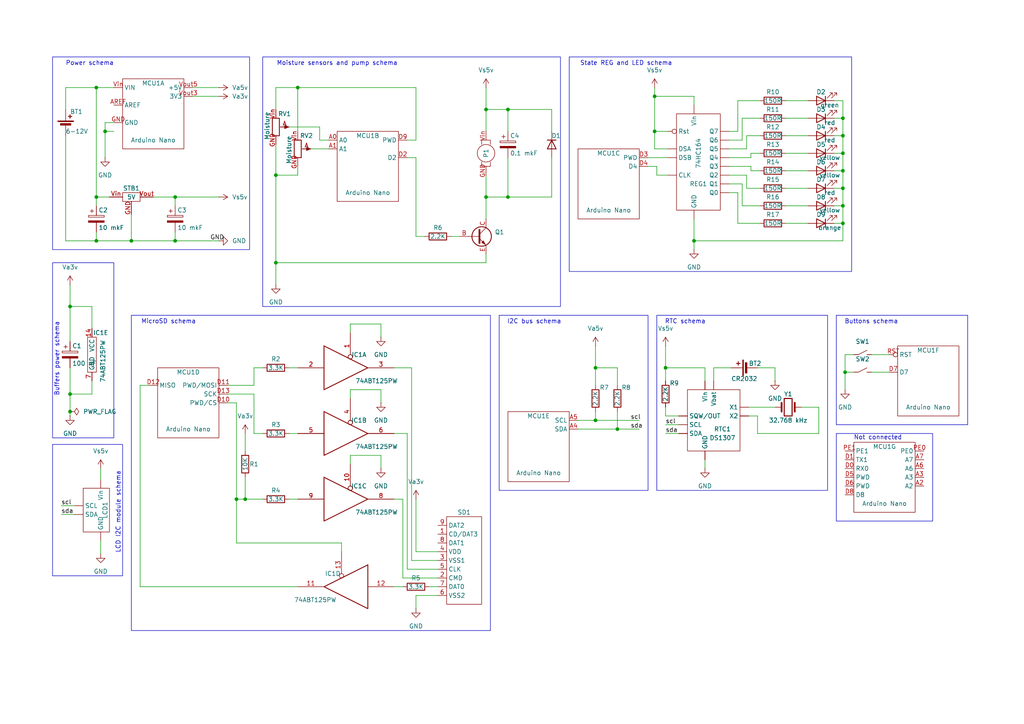
<source format=kicad_sch>
(kicad_sch (version 20250114) (generator "eeschema") (generator_version "9.0")
  (paper "A4")
  (title_block (title "AutoWater") (date "2026-01-17") (rev "0") (comment 2 "VlasovAnton"))
  (rectangle (start 165.1 16.51) (end 247.015 78.74))
  (rectangle (start 15.24 16.51) (end 72.39 72.39))
  (rectangle (start 144.78 91.44) (end 187.96 142.24))
  (rectangle (start 190.5 91.44) (end 240.03 142.24))
  (rectangle (start 76.2 16.51) (end 162.56 88.9))
  (rectangle (start 38.1 91.44) (end 142.24 182.88))
  (rectangle (start 242.57 125.73) (end 270.51 151.13))
  (rectangle (start 15.24 76.2) (end 33.02 127))
  (rectangle (start 15.24 128.905) (end 35.56 167.005))
  (rectangle (start 242.57 91.44) (end 280.67 123.19))
  (text "Power schema" (at 26.035 18.415 0) (effects (font (size 1.27 1.27))))
  (text "Buffers power schema" (at 16.51 104.14 90) (effects (font (size 1.27 1.27))))
  (text "Buttons schema" (at 252.73 93.345 0) (effects (font (size 1.27 1.27))))
  (text "RTC schema" (at 198.755 93.345 0) (effects (font (size 1.27 1.27))))
  (text "Moisture sensors and pump schema" (at 97.79 18.415 0) (effects (font (size 1.27 1.27))))
  (text "MicroSD schema" (at 48.895 93.345 0) (effects (font (size 1.27 1.27))))
  (text "State REG and LED schema" (at 181.61 18.415 0) (effects (font (size 1.27 1.27))))
  (text "LCD I2C module schema" (at 34.29 148.59 90) (effects (font (size 1.27 1.27))))
  (text "I2C bus schema" (at 154.94 93.345 0) (effects (font (size 1.27 1.27))))
  (text "Not connected" (at 254.635 127 0) (effects (font (size 1.27 1.27))))
  (junction (at 147.32 31.75))
  (junction (at 86.36 25.4))
  (junction (at 27.94 25.4))
  (junction (at 20.32 88.9))
  (junction (at 50.8 57.15))
  (junction (at 147.32 57.15))
  (junction (at 244.475 59.69))
  (junction (at 27.94 69.85))
  (junction (at 245.11 107.95))
  (junction (at 189.865 38.1))
  (junction (at 80.01 76.2))
  (junction (at 244.475 49.53))
  (junction (at 244.475 34.29))
  (junction (at 179.07 124.46))
  (junction (at 71.12 144.78))
  (junction (at 172.72 106.68))
  (junction (at 172.72 121.92))
  (junction (at 50.8 69.85))
  (junction (at 140.97 57.15))
  (junction (at 244.475 44.45))
  (junction (at 244.475 54.61))
  (junction (at 244.475 64.77))
  (junction (at 38.1 69.85))
  (junction (at 244.475 39.37))
  (junction (at 189.865 27.94))
  (junction (at 201.295 69.85))
  (junction (at 193.04 106.68))
  (junction (at 20.32 119.38))
  (junction (at 68.58 144.78))
  (junction (at 80.01 50.8))
  (junction (at 27.94 57.15))
  (junction (at 20.32 114.3))
  (junction (at 30.48 38.1))
  (junction (at 140.97 31.75))
  (wire (pts (xy 215.265 34.29) (xy 220.345 34.29)))
  (wire (pts (xy 68.58 157.48) (xy 68.58 144.78)))
  (wire (pts (xy 193.04 118.11) (xy 193.04 120.65)))
  (wire (pts (xy 252.73 102.87) (xy 257.81 102.87)))
  (wire (pts (xy 211.455 53.34) (xy 215.265 53.34)))
  (wire (pts (xy 29.21 135.89) (xy 29.21 139.065)))
  (wire (pts (xy 83.82 125.73) (xy 86.36 125.73)))
  (wire (pts (xy 33.02 35.56) (xy 30.48 35.56)))
  (wire (pts (xy 244.475 29.21) (xy 244.475 34.29)))
  (wire (pts (xy 118.11 125.73) (xy 118.11 165.1)))
  (wire (pts (xy 80.01 76.2) (xy 80.01 82.55)))
  (wire (pts (xy 227.965 39.37) (xy 234.315 39.37)))
  (wire (pts (xy 213.995 55.88) (xy 213.995 64.77)))
  (wire (pts (xy 244.475 59.69) (xy 244.475 64.77)))
  (wire (pts (xy 83.82 144.78) (xy 86.36 144.78)))
  (wire (pts (xy 245.11 107.95) (xy 247.65 107.95)))
  (wire (pts (xy 114.3 106.68) (xy 119.38 106.68)))
  (wire (pts (xy 20.32 119.38) (xy 20.32 120.65)))
  (wire (pts (xy 116.84 167.64) (xy 127 167.64)))
  (wire (pts (xy 114.3 144.78) (xy 116.84 144.78)))
  (wire (pts (xy 27.94 69.85) (xy 38.1 69.85)))
  (wire (pts (xy 119.38 162.56) (xy 127 162.56)))
  (wire (pts (xy 29.21 156.845) (xy 29.21 160.655)))
  (wire (pts (xy 227.965 54.61) (xy 234.315 54.61)))
  (wire (pts (xy 140.97 73.66) (xy 140.97 76.2)))
  (wire (pts (xy 160.02 38.1) (xy 160.02 31.75)))
  (wire (pts (xy 241.935 54.61) (xy 244.475 54.61)))
  (wire (pts (xy 227.965 59.69) (xy 234.315 59.69)))
  (wire (pts (xy 73.66 114.3) (xy 73.66 125.73)))
  (wire (pts (xy 213.995 64.77) (xy 220.345 64.77)))
  (wire (pts (xy 193.04 100.33) (xy 193.04 106.68)))
  (wire (pts (xy 227.965 64.77) (xy 234.315 64.77)))
  (wire (pts (xy 68.58 144.78) (xy 71.12 144.78)))
  (wire (pts (xy 19.05 69.85) (xy 27.94 69.85)))
  (wire (pts (xy 172.72 119.38) (xy 172.72 121.92)))
  (wire (pts (xy 160.02 45.72) (xy 160.02 57.15)))
  (wire (pts (xy 83.82 106.68) (xy 86.36 106.68)))
  (wire (pts (xy 71.12 138.43) (xy 71.12 144.78)))
  (wire (pts (xy 66.04 114.3) (xy 73.66 114.3)))
  (wire (pts (xy 213.995 38.1) (xy 211.455 38.1)))
  (wire (pts (xy 190.5 50.8) (xy 193.675 50.8)))
  (wire (pts (xy 50.8 57.15) (xy 63.5 57.15)))
  (wire (pts (xy 66.04 116.84) (xy 68.58 116.84)))
  (wire (pts (xy 189.865 38.1) (xy 189.865 43.18)))
  (wire (pts (xy 127 172.72) (xy 120.65 172.72)))
  (wire (pts (xy 26.67 88.9) (xy 20.32 88.9)))
  (wire (pts (xy 227.965 29.21) (xy 234.315 29.21)))
  (wire (pts (xy 20.32 82.55) (xy 20.32 88.9)))
  (wire (pts (xy 80.01 25.4) (xy 86.36 25.4)))
  (wire (pts (xy 99.06 160.02) (xy 99.06 157.48)))
  (wire (pts (xy 201.295 72.39) (xy 201.295 69.85)))
  (wire (pts (xy 237.49 125.73) (xy 237.49 118.11)))
  (wire (pts (xy 172.72 100.33) (xy 172.72 106.68)))
  (wire (pts (xy 110.49 93.98) (xy 110.49 97.79)))
  (wire (pts (xy 73.66 125.73) (xy 76.2 125.73)))
  (wire (pts (xy 147.32 31.75) (xy 160.02 31.75)))
  (wire (pts (xy 26.67 110.49) (xy 26.67 114.3)))
  (wire (pts (xy 216.535 50.8) (xy 216.535 54.61)))
  (wire (pts (xy 120.65 25.4) (xy 86.36 25.4)))
  (wire (pts (xy 201.295 69.85) (xy 244.475 69.85)))
  (wire (pts (xy 27.94 25.4) (xy 33.02 25.4)))
  (wire (pts (xy 30.48 38.1) (xy 33.02 38.1)))
  (wire (pts (xy 147.32 45.72) (xy 147.32 57.15)))
  (wire (pts (xy 118.11 45.72) (xy 120.65 45.72)))
  (wire (pts (xy 124.46 170.18) (xy 127 170.18)))
  (wire (pts (xy 211.455 55.88) (xy 213.995 55.88)))
  (wire (pts (xy 27.94 67.31) (xy 27.94 69.85)))
  (wire (pts (xy 50.8 69.85) (xy 63.5 69.85)))
  (wire (pts (xy 179.07 124.46) (xy 185.42 124.46)))
  (wire (pts (xy 252.73 107.95) (xy 257.81 107.95)))
  (wire (pts (xy 19.05 25.4) (xy 27.94 25.4)))
  (wire (pts (xy 211.455 40.64) (xy 215.265 40.64)))
  (wire (pts (xy 193.04 106.68) (xy 193.04 110.49)))
  (wire (pts (xy 119.38 106.68) (xy 119.38 162.56)))
  (wire (pts (xy 114.3 125.73) (xy 118.11 125.73)))
  (wire (pts (xy 120.65 172.72) (xy 120.65 176.53)))
  (wire (pts (xy 118.11 165.1) (xy 127 165.1)))
  (wire (pts (xy 189.865 25.4) (xy 189.865 27.94)))
  (wire (pts (xy 179.07 106.68) (xy 179.07 111.76)))
  (wire (pts (xy 30.48 38.1) (xy 30.48 45.72)))
  (wire (pts (xy 193.04 125.73) (xy 196.85 125.73)))
  (wire (pts (xy 147.32 57.15) (xy 160.02 57.15)))
  (wire (pts (xy 116.84 144.78) (xy 116.84 167.64)))
  (wire (pts (xy 193.04 123.19) (xy 196.85 123.19)))
  (wire (pts (xy 50.8 57.15) (xy 50.8 59.69)))
  (wire (pts (xy 26.67 95.25) (xy 26.67 88.9)))
  (wire (pts (xy 232.41 118.11) (xy 237.49 118.11)))
  (wire (pts (xy 244.475 64.77) (xy 244.475 69.85)))
  (wire (pts (xy 204.47 110.49) (xy 204.47 106.68)))
  (wire (pts (xy 172.72 121.92) (xy 185.42 121.92)))
  (wire (pts (xy 27.94 57.15) (xy 27.94 59.69)))
  (wire (pts (xy 147.32 38.1) (xy 147.32 31.75)))
  (wire (pts (xy 241.935 49.53) (xy 244.475 49.53)))
  (wire (pts (xy 140.97 50.8) (xy 140.97 57.15)))
  (wire (pts (xy 216.535 54.61) (xy 220.345 54.61)))
  (wire (pts (xy 55.88 25.4) (xy 63.5 25.4)))
  (wire (pts (xy 211.455 48.26) (xy 217.805 48.26)))
  (wire (pts (xy 90.17 43.18) (xy 95.25 43.18)))
  (wire (pts (xy 217.805 44.45) (xy 217.805 45.72)))
  (wire (pts (xy 189.865 27.94) (xy 189.865 38.1)))
  (wire (pts (xy 211.455 50.8) (xy 216.535 50.8)))
  (wire (pts (xy 55.88 27.94) (xy 63.5 27.94)))
  (wire (pts (xy 241.935 64.77) (xy 244.475 64.77)))
  (wire (pts (xy 73.66 111.76) (xy 73.66 106.68)))
  (wire (pts (xy 27.94 25.4) (xy 27.94 57.15)))
  (wire (pts (xy 204.47 106.68) (xy 193.04 106.68)))
  (wire (pts (xy 212.09 106.68) (xy 207.01 106.68)))
  (wire (pts (xy 120.65 45.72) (xy 120.65 68.58)))
  (wire (pts (xy 140.97 57.15) (xy 140.97 63.5)))
  (wire (pts (xy 179.07 119.38) (xy 179.07 124.46)))
  (wire (pts (xy 80.01 25.4) (xy 80.01 31.75)))
  (wire (pts (xy 110.49 132.08) (xy 110.49 135.89)))
  (wire (pts (xy 140.97 31.75) (xy 140.97 38.1)))
  (wire (pts (xy 172.72 111.76) (xy 172.72 106.68)))
  (wire (pts (xy 215.265 59.69) (xy 220.345 59.69)))
  (wire (pts (xy 227.965 49.53) (xy 234.315 49.53)))
  (wire (pts (xy 86.36 48.26) (xy 86.36 50.8)))
  (wire (pts (xy 120.65 40.64) (xy 120.65 25.4)))
  (wire (pts (xy 215.265 53.34) (xy 215.265 59.69)))
  (wire (pts (xy 120.65 144.78) (xy 120.65 160.02)))
  (wire (pts (xy 31.75 57.15) (xy 27.94 57.15)))
  (wire (pts (xy 120.65 68.58) (xy 123.19 68.58)))
  (wire (pts (xy 207.01 106.68) (xy 207.01 110.49)))
  (wire (pts (xy 44.45 57.15) (xy 50.8 57.15)))
  (wire (pts (xy 245.11 102.87) (xy 245.11 107.95)))
  (wire (pts (xy 101.6 96.52) (xy 101.6 93.98)))
  (wire (pts (xy 187.96 48.26) (xy 190.5 48.26)))
  (wire (pts (xy 241.935 29.21) (xy 244.475 29.21)))
  (wire (pts (xy 110.49 113.03) (xy 110.49 116.84)))
  (wire (pts (xy 217.805 48.26) (xy 217.805 49.53)))
  (wire (pts (xy 20.32 106.68) (xy 20.32 114.3)))
  (wire (pts (xy 241.935 34.29) (xy 244.475 34.29)))
  (wire (pts (xy 73.66 106.68) (xy 76.2 106.68)))
  (wire (pts (xy 217.17 120.65) (xy 219.71 120.65)))
  (wire (pts (xy 66.04 111.76) (xy 73.66 111.76)))
  (wire (pts (xy 172.72 106.68) (xy 179.07 106.68)))
  (wire (pts (xy 30.48 35.56) (xy 30.48 38.1)))
  (wire (pts (xy 193.675 43.18) (xy 189.865 43.18)))
  (wire (pts (xy 38.1 69.85) (xy 50.8 69.85)))
  (wire (pts (xy 71.12 144.78) (xy 76.2 144.78)))
  (wire (pts (xy 101.6 115.57) (xy 101.6 113.03)))
  (wire (pts (xy 187.96 45.72) (xy 193.675 45.72)))
  (wire (pts (xy 80.01 41.91) (xy 80.01 50.8)))
  (wire (pts (xy 86.36 25.4) (xy 86.36 38.1)))
  (wire (pts (xy 196.85 120.65) (xy 193.04 120.65)))
  (wire (pts (xy 189.865 27.94) (xy 201.295 27.94)))
  (wire (pts (xy 224.79 106.68) (xy 224.79 110.49)))
  (wire (pts (xy 101.6 132.08) (xy 110.49 132.08)))
  (wire (pts (xy 80.01 76.2) (xy 140.97 76.2)))
  (wire (pts (xy 190.5 48.26) (xy 190.5 50.8)))
  (wire (pts (xy 118.11 40.64) (xy 120.65 40.64)))
  (wire (pts (xy 201.295 27.94) (xy 201.295 30.48)))
  (wire (pts (xy 68.58 116.84) (xy 68.58 144.78)))
  (wire (pts (xy 130.81 68.58) (xy 133.35 68.58)))
  (wire (pts (xy 38.1 62.23) (xy 38.1 69.85)))
  (wire (pts (xy 213.995 38.1) (xy 213.995 29.21)))
  (wire (pts (xy 244.475 54.61) (xy 244.475 59.69)))
  (wire (pts (xy 40.64 111.76) (xy 40.64 170.18)))
  (wire (pts (xy 92.71 36.83) (xy 92.71 40.64)))
  (wire (pts (xy 80.01 50.8) (xy 80.01 76.2)))
  (wire (pts (xy 50.8 67.31) (xy 50.8 69.85)))
  (wire (pts (xy 71.12 125.73) (xy 71.12 130.81)))
  (wire (pts (xy 217.805 44.45) (xy 220.345 44.45)))
  (wire (pts (xy 19.05 25.4) (xy 19.05 31.75)))
  (wire (pts (xy 43.18 111.76) (xy 40.64 111.76)))
  (wire (pts (xy 127 160.02) (xy 120.65 160.02)))
  (wire (pts (xy 216.535 39.37) (xy 220.345 39.37)))
  (wire (pts (xy 227.965 44.45) (xy 234.315 44.45)))
  (wire (pts (xy 217.805 49.53) (xy 220.345 49.53)))
  (wire (pts (xy 167.64 121.92) (xy 172.72 121.92)))
  (wire (pts (xy 219.71 106.68) (xy 224.79 106.68)))
  (wire (pts (xy 99.06 157.48) (xy 68.58 157.48)))
  (wire (pts (xy 244.475 44.45) (xy 244.475 49.53)))
  (wire (pts (xy 17.78 149.225) (xy 21.59 149.225)))
  (wire (pts (xy 19.05 39.37) (xy 19.05 69.85)))
  (wire (pts (xy 247.65 102.87) (xy 245.11 102.87)))
  (wire (pts (xy 244.475 39.37) (xy 244.475 44.45)))
  (wire (pts (xy 216.535 39.37) (xy 216.535 43.18)))
  (wire (pts (xy 211.455 45.72) (xy 217.805 45.72)))
  (wire (pts (xy 241.935 59.69) (xy 244.475 59.69)))
  (wire (pts (xy 193.675 38.1) (xy 189.865 38.1)))
  (wire (pts (xy 227.965 34.29) (xy 234.315 34.29)))
  (wire (pts (xy 244.475 34.29) (xy 244.475 39.37)))
  (wire (pts (xy 101.6 113.03) (xy 110.49 113.03)))
  (wire (pts (xy 147.32 57.15) (xy 140.97 57.15)))
  (wire (pts (xy 40.64 170.18) (xy 86.36 170.18)))
  (wire (pts (xy 101.6 134.62) (xy 101.6 132.08)))
  (wire (pts (xy 140.97 31.75) (xy 147.32 31.75)))
  (wire (pts (xy 80.01 50.8) (xy 86.36 50.8)))
  (wire (pts (xy 114.3 170.18) (xy 116.84 170.18)))
  (wire (pts (xy 241.935 44.45) (xy 244.475 44.45)))
  (wire (pts (xy 20.32 114.3) (xy 26.67 114.3)))
  (wire (pts (xy 219.71 120.65) (xy 219.71 125.73)))
  (wire (pts (xy 219.71 125.73) (xy 237.49 125.73)))
  (wire (pts (xy 167.64 124.46) (xy 179.07 124.46)))
  (wire (pts (xy 211.455 43.18) (xy 216.535 43.18)))
  (wire (pts (xy 244.475 49.53) (xy 244.475 54.61)))
  (wire (pts (xy 217.17 118.11) (xy 224.79 118.11)))
  (wire (pts (xy 241.935 39.37) (xy 244.475 39.37)))
  (wire (pts (xy 213.995 29.21) (xy 220.345 29.21)))
  (wire (pts (xy 245.11 107.95) (xy 245.11 113.03)))
  (wire (pts (xy 20.32 114.3) (xy 20.32 119.38)))
  (wire (pts (xy 204.47 133.35) (xy 204.47 135.89)))
  (wire (pts (xy 101.6 93.98) (xy 110.49 93.98)))
  (wire (pts (xy 140.97 25.4) (xy 140.97 31.75)))
  (wire (pts (xy 201.295 63.5) (xy 201.295 69.85)))
  (wire (pts (xy 17.78 146.685) (xy 21.59 146.685)))
  (wire (pts (xy 20.32 88.9) (xy 20.32 99.06)))
  (wire (pts (xy 215.265 40.64) (xy 215.265 34.29)))
  (wire (pts (xy 83.82 36.83) (xy 92.71 36.83)))
  (wire (pts (xy 92.71 40.64) (xy 95.25 40.64)))
  (label "scl" (at 182.88 121.92 0))
  (label "sda" (at 182.88 124.46 0))
  (label "sda" (at 193.04 125.73 0))
  (label "scl" (at 193.04 123.19 0))
  (label "scl" (at 17.78 146.685 0))
  (label "GND" (at 60.96 69.85 0))
  (label "sda" (at 17.78 149.225 0))
  (symbol (lib_name "Resistor_7") (lib_id "AutoWater:Resistor") (at 193.04 114.3 270) (unit 1)
    (property "Reference" "R9" (at 195.58 111.125 90))
    (property "Value" "2.2K" (at 193.04 114.3 0))
    (property "Footprint" "AutoWater:Resistor Yageo SMD 1206" (effects (hide yes)))
    (property "Datasheet" "https://www.chipdip.ru/product/ac1206jr-072k2l-yageo-8002030474" (effects (hide yes)))
    (property "Description" "Resistor" (effects (hide yes)))
  )
  (symbol (lib_id "AutoWater:Va5v") (at 63.5 25.4 270) (unit 1)
    (property "Reference" "#PWR06" (effects (hide yes)))
    (property "Value" "Va5v" (at 67.31 25.3999 90) (effects (justify left)))
    (property "Description" "Power symbol creates a global label with name \"Va5v\"" (effects (hide yes)))
  )
  (symbol (lib_name "LED_1") (lib_id "AutoWater:LED") (at 238.125 44.45 0) (unit 1)
    (property "Reference" "D5" (at 238.125 41.91 0))
    (property "Value" "yellow" (at 240.665 45.72 0))
    (property "Footprint" "AutoWater:LED 3mm" (effects (hide yes)))
    (property "Datasheet" "https://www.chipdip.ru/product/gnl-3014yd-svetodiod-zheltyy-60-d-3mm-15mkd-585nm-g-nor-9000422962" (effects (hide yes)))
    (property "Description" "Light emitting diode" (effects (hide yes)))
  )
  (symbol (lib_id "AutoWater:Vs5v") (at 29.21 135.89 0) (unit 1)
    (property "Reference" "#PWR03" (effects (hide yes)))
    (property "Value" "Vs5v" (at 29.21 130.81 0))
    (property "Description" "Power symbol creates a global label with name \"Vs5v\"" (effects (hide yes)))
  )
  (symbol (lib_id "AutoWater:74ABT125PW") (at 99.06 170.18 0) (mirror y) (unit 4) (exclude_from_sim yes)
    (property "Reference" "IC1" (at 96.52 166.37 0))
    (property "Value" "74ABT125PW" (at 91.44 173.99 0))
    (property "Footprint" "AutoWater:Buffers TSSOP-14" (effects (hide yes)))
    (property "Datasheet" "https://www.chipdip.ru/product/74abt125pw-118-chetyre-bufernyh-elementa-drayvera-nexperia-9000771662" (effects (hide yes)))
  )
  (symbol (lib_name "Resistor_4") (lib_id "AutoWater:Resistor") (at 80.01 125.73 0) (unit 1)
    (property "Reference" "R3" (at 80.01 123.19 0))
    (property "Value" "3.3K" (at 80.01 125.73 0))
    (property "Footprint" "AutoWater:Resistor Yageo SMD 0805" (effects (hide yes)))
    (property "Datasheet" "https://www.chipdip.ru/product/rc0805fr-103k3l-yageo-8002004125" (effects (hide yes)))
    (property "Description" "Resistor" (effects (hide yes)))
  )
  (symbol (lib_id "power:GND") (at 63.5 69.85 90) (unit 1)
    (property "Reference" "#PWR09" (effects (hide yes)))
    (property "Value" "GND" (at 67.31 69.8499 90) (effects (justify right)))
    (property "Description" "Power symbol creates a global label with name \"GND\" , ground" (effects (hide yes)))
  )
  (symbol (lib_name "LED_1") (lib_id "AutoWater:LED") (at 238.125 29.21 0) (unit 1)
    (property "Reference" "D2" (at 238.125 26.67 0))
    (property "Value" "green" (at 240.665 30.48 0))
    (property "Footprint" "AutoWater:LED 3mm" (effects (hide yes)))
    (property "Datasheet" "https://www.chipdip.ru/product/gnl-3014gd-svetodiod-zelenyy-60-d-3mm-30-50mkd-565nm-g-nor-9000422961" (effects (hide yes)))
    (property "Description" "Light emitting diode" (effects (hide yes)))
  )
  (symbol (lib_id "AutoWater:Arduino Nano V3 Type-C parts") (at 260.35 100.33 0) (unit 6)
    (property "Reference" "MCU1" (at 269.24 101.6 0))
    (property "Value" "Arduino Nano" (at 269.24 118.11 0))
    (property "Footprint" "AutoWater:Arduino Nano V3 Type C PBS" (effects (hide yes)))
    (property "Description" "Arduino Nano V3 Type-C" (effects (hide yes)))
  )
  (symbol (lib_id "power:GND") (at 110.49 135.89 0) (unit 1)
    (property "Reference" "#PWR014" (effects (hide yes)))
    (property "Value" "GND" (at 110.49 140.97 0))
    (property "Description" "Power symbol creates a global label with name \"GND\" , ground" (effects (hide yes)))
  )
  (symbol (lib_id "AutoWater:74ABT125PW") (at 101.6 106.68 0) (unit 1) (exclude_from_sim yes)
    (property "Reference" "IC1" (at 104.14 102.87 0))
    (property "Value" "74ABT125PW" (at 109.22 110.49 0))
    (property "Footprint" "AutoWater:Buffers TSSOP-14" (effects (hide yes)))
    (property "Datasheet" "https://www.chipdip.ru/product/74abt125pw-118-chetyre-bufernyh-elementa-drayvera-nexperia-9000771662" (effects (hide yes)))
  )
  (symbol (lib_id "AutoWater:Vs5v") (at 140.97 25.4 0) (unit 1)
    (property "Reference" "#PWR017" (effects (hide yes)))
    (property "Value" "Vs5v" (at 140.97 20.32 0))
    (property "Description" "Power symbol creates a global label with name \"Vs5v\"" (effects (hide yes)))
  )
  (symbol (lib_name "Capacitor_1") (lib_id "AutoWater:Capacitor") (at 27.94 63.5 0) (unit 1)
    (property "Reference" "C2" (at 28.575 60.96 0) (effects (justify left)))
    (property "Value" "10 mkF" (at 28.575 66.04 0) (effects (justify left)))
    (property "Footprint" "AutoWater:Capacitor Murata SMD 0603" (effects (hide yes)))
    (property "Datasheet" "https://www.chipdip.ru/product/10-mkf-x5r-25v-0603-grm188r61e106ka73d-kondensator-murata-9000600378" (effects (hide yes)))
    (property "Description" "Capacitor" (effects (hide yes)))
  )
  (symbol (lib_name "Resistor_4") (lib_id "AutoWater:Resistor") (at 120.65 170.18 0) (unit 1)
    (property "Reference" "R5" (at 120.65 167.64 0))
    (property "Value" "3.3K" (at 120.65 170.18 0))
    (property "Footprint" "AutoWater:Resistor Yageo SMD 0805" (effects (hide yes)))
    (property "Datasheet" "https://www.chipdip.ru/product/rc0805fr-103k3l-yageo-8002004125" (effects (hide yes)))
    (property "Description" "Resistor" (effects (hide yes)))
  )
  (symbol (lib_id "AutoWater:Power") (at 19.05 35.56 270) (unit 1)
    (property "Reference" "BT1" (at 20.32 32.385 90) (effects (justify left)))
    (property "Value" "6-12V" (at 19.05 38.1 90) (effects (justify left)))
    (property "Footprint" "AutoWater:Connector 5.5x2.1 DS-201" (effects (hide yes)))
    (property "Datasheet" "https://www.chipdip.ru/product/ds-201-gnezdo-pitaniya-2-1x5-5mm-na-platu-dragon-city-289923115" (effects (hide yes)))
    (property "Description" "Power" (effects (hide yes)))
  )
  (symbol (lib_name "Resistor_2") (lib_id "AutoWater:Resistor") (at 224.155 59.69 0) (unit 1)
    (property "Reference" "R16" (at 224.155 57.15 0))
    (property "Value" "150R" (at 224.155 59.69 0))
    (property "Footprint" "AutoWater:Resistor Yageo SMD 1206" (effects (hide yes)))
    (property "Datasheet" "https://www.chipdip.ru/product/ac1206fr-07150rl-yageo-8002025520" (effects (hide yes)))
    (property "Description" "Resistor" (effects (hide yes)))
  )
  (symbol (lib_name "LED_1") (lib_id "AutoWater:LED") (at 238.125 49.53 0) (unit 1)
    (property "Reference" "D6" (at 238.125 46.99 0))
    (property "Value" "yellow" (at 240.665 50.8 0))
    (property "Footprint" "AutoWater:LED 3mm" (effects (hide yes)))
    (property "Datasheet" "https://www.chipdip.ru/product/gnl-3014yd-svetodiod-zheltyy-60-d-3mm-15mkd-585nm-g-nor-9000422962" (effects (hide yes)))
    (property "Description" "Light emitting diode" (effects (hide yes)))
  )
  (symbol (lib_name "Resistor_2") (lib_id "AutoWater:Resistor") (at 224.155 64.77 0) (unit 1)
    (property "Reference" "R17" (at 224.155 62.23 0))
    (property "Value" "150R" (at 224.155 64.77 0))
    (property "Footprint" "AutoWater:Resistor Yageo SMD 1206" (effects (hide yes)))
    (property "Datasheet" "https://www.chipdip.ru/product/ac1206fr-07150rl-yageo-8002025520" (effects (hide yes)))
    (property "Description" "Resistor" (effects (hide yes)))
  )
  (symbol (lib_name "Resistor_2") (lib_id "AutoWater:Resistor") (at 224.155 39.37 0) (unit 1)
    (property "Reference" "R12" (at 224.155 36.83 0))
    (property "Value" "150R" (at 224.155 39.37 0))
    (property "Footprint" "AutoWater:Resistor Yageo SMD 1206" (effects (hide yes)))
    (property "Datasheet" "https://www.chipdip.ru/product/ac1206fr-07150rl-yageo-8002025520" (effects (hide yes)))
    (property "Description" "Resistor" (effects (hide yes)))
  )
  (symbol (lib_name "Resistor_2") (lib_id "AutoWater:Resistor") (at 224.155 49.53 0) (unit 1)
    (property "Reference" "R14" (at 224.155 46.99 0))
    (property "Value" "150R" (at 224.155 49.53 0))
    (property "Footprint" "AutoWater:Resistor Yageo SMD 1206" (effects (hide yes)))
    (property "Datasheet" "https://www.chipdip.ru/product/ac1206fr-07150rl-yageo-8002025520" (effects (hide yes)))
    (property "Description" "Resistor" (effects (hide yes)))
  )
  (symbol (lib_name "LED_1") (lib_id "AutoWater:LED") (at 238.125 64.77 0) (unit 1)
    (property "Reference" "D9" (at 238.125 62.23 0))
    (property "Value" "orange" (at 240.665 66.04 0))
    (property "Footprint" "AutoWater:LED 3mm" (effects (hide yes)))
    (property "Datasheet" "https://www.chipdip.ru/product/gnl-3014uec-svetodiod-oranzhevyy-25-d-3mm-150mkd-g-nor-9000423001" (effects (hide yes)))
    (property "Description" "Light emitting diode" (effects (hide yes)))
  )
  (symbol (lib_name "Stabalizer voltage_1") (lib_id "AutoWater:Stabalizer voltage") (at 38.1 57.15 0) (unit 1)
    (property "Reference" "STB1" (at 38.1 54.61 0))
    (property "Value" "5V" (at 38.1 57.15 0))
    (property "Footprint" "AutoWater:Stabilizer 5V AMS1117-5.0S SMD" (effects (hide yes)))
    (property "Datasheet" "https://www.chipdip.ru/product/ams1117-5.0s-stabilizator-napryazheniya-5v-1a-sot-89-umw-9001333446" (effects (hide yes)))
    (property "Description" "Stabilizer voltage" (effects (hide yes)))
  )
  (symbol (lib_id "AutoWater:Vs5v") (at 189.865 25.4 0) (unit 1)
    (property "Reference" "#PWR019" (effects (hide yes)))
    (property "Value" "Vs5v" (at 189.865 20.32 0))
    (property "Description" "Power symbol creates a global label with name \"Vs5v\"" (effects (hide yes)))
  )
  (symbol (lib_id "AutoWater:Arduino Nano V3 Type-C parts") (at 45.72 106.68 0) (unit 4)
    (property "Reference" "MCU1" (at 54.61 107.95 0))
    (property "Value" "Arduino Nano" (at 54.61 124.46 0))
    (property "Footprint" "AutoWater:Arduino Nano V3 Type C PBS" (effects (hide yes)))
    (property "Description" "Arduino Nano V3 Type-C" (effects (hide yes)))
  )
  (symbol (lib_id "AutoWater:74ABT125PW") (at 26.67 102.87 0) (unit 5) (exclude_from_sim yes)
    (property "Reference" "IC1" (at 29.21 96.52 0))
    (property "Value" "74ABT125PW" (at 29.845 104.775 90))
    (property "Footprint" "AutoWater:Buffers TSSOP-14" (effects (hide yes)))
    (property "Datasheet" "https://www.chipdip.ru/product/74abt125pw-118-chetyre-bufernyh-elementa-drayvera-nexperia-9000771662" (effects (hide yes)))
  )
  (symbol (lib_id "power:GND") (at 110.49 97.79 0) (unit 1)
    (property "Reference" "#PWR012" (effects (hide yes)))
    (property "Value" "GND" (at 110.49 102.87 0))
    (property "Description" "Power symbol creates a global label with name \"GND\" , ground" (effects (hide yes)))
  )
  (symbol (lib_id "AutoWater:Diode") (at 160.02 41.91 270) (unit 1)
    (property "Reference" "D1" (at 161.29 39.37 90))
    (property "Value" "1N4001G" (effects (hide yes)))
    (property "Footprint" "AutoWater:DIode 1N4001G THT min" (effects (hide yes)))
    (property "Datasheet" "https://www.chipdip.ru/product/1n4001g-on-semiconductor-8002986002" (effects (hide yes)))
    (property "Description" "Diode" (effects (hide yes)))
    (property "Sim.Device" "D" (effects (hide yes)))
    (property "Sim.Pins" "1=K 2=A" (effects (hide yes)))
  )
  (symbol (lib_name "Transistor NPN_1") (lib_id "AutoWater:Transistor NPN") (at 138.43 68.58 0) (unit 1)
    (property "Reference" "Q1" (at 143.51 67.31 0) (effects (justify left)))
    (property "Value" "BC817-25" (effects (hide yes)))
    (property "Footprint" "AutoWater:NPN transistor BC817-25" (effects (hide yes)))
    (property "Datasheet" "https://www.chipdip.ru/product/bc817-25-215-tranzistor-npn-45v-0.5a-0.31vt-sot-23-nexperia-113261264" (effects (hide yes)))
    (property "Description" "NPN bipolar junction transistor" (effects (hide yes)))
  )
  (symbol (lib_id "power:GND") (at 245.11 113.03 0) (unit 1)
    (property "Reference" "#PWR024" (effects (hide yes)))
    (property "Value" "GND" (at 245.11 118.11 0))
    (property "Description" "Power symbol creates a global label with name \"GND\" , ground" (effects (hide yes)))
  )
  (symbol (lib_id "power:GND") (at 80.01 82.55 0) (unit 1)
    (property "Reference" "#PWR011" (effects (hide yes)))
    (property "Value" "GND" (at 80.01 87.63 0))
    (property "Description" "Power symbol creates a global label with name \"GND\" , ground" (effects (hide yes)))
  )
  (symbol (lib_id "power:GND") (at 204.47 135.89 0) (unit 1)
    (property "Reference" "#PWR022" (effects (hide yes)))
    (property "Value" "GND" (at 204.47 140.97 0))
    (property "Description" "Power symbol creates a global label with name \"GND\" , ground" (effects (hide yes)))
  )
  (symbol (lib_name "Button_1") (lib_id "AutoWater:Button") (at 250.19 102.87 0) (unit 1)
    (property "Reference" "SW1" (at 250.19 99.06 0))
    (property "Value" "Button" (effects (hide yes)))
    (property "Footprint" "AutoWater:PLS-2" (effects (hide yes)))
    (property "Description" "Button" (effects (hide yes)))
  )
  (symbol (lib_id "AutoWater:Arduino Nano V3 Type-C parts") (at 147.32 119.38 0) (unit 5)
    (property "Reference" "MCU1" (at 156.21 120.65 0))
    (property "Value" "Arduino Nano" (at 156.21 137.16 0))
    (property "Footprint" "AutoWater:Arduino Nano V3 Type C PBS" (effects (hide yes)))
    (property "Description" "Arduino Nano V3 Type-C" (effects (hide yes)))
  )
  (symbol (lib_id "AutoWater:LCD I2C module") (at 24.13 141.605 0) (unit 1)
    (property "Reference" "LCD1" (at 30.48 147.955 90))
    (property "Value" "LCD I2C module" (effects (hide yes)))
    (property "Footprint" "AutoWater:PLS-4" (effects (hide yes)))
    (property "Datasheet" "https://roboshop.spb.ru/display/simvolnye-displei/1602-konverter" (effects (hide yes)))
  )
  (symbol (lib_id "AutoWater:Vs5v") (at 63.5 57.15 270) (unit 1)
    (property "Reference" "#PWR08" (effects (hide yes)))
    (property "Value" "Vs5v" (at 67.31 57.1499 90) (effects (justify left)))
    (property "Description" "Power symbol creates a global label with name \"Vs5v\"" (effects (hide yes)))
  )
  (symbol (lib_name "RTC DS1307_1") (lib_id "AutoWater:RTC DS1307") (at 199.39 113.03 0) (unit 1)
    (property "Reference" "RTC1" (at 209.55 124.46 0))
    (property "Value" "DS1307" (at 209.55 127 0))
    (property "Footprint" "AutoWater:RTC DS1307 DIP" (effects (hide yes)))
    (property "Datasheet" "https://roboshop.spb.ru/radio/mikroskhemy/real-time-clock/ds1307" (effects (hide yes)))
    (property "Description" "Real Time Clock DS1307" (effects (hide yes)))
  )
  (symbol (lib_name "Shift register_1") (lib_id "AutoWater:Shift register") (at 196.215 33.02 0) (unit 1)
    (property "Reference" "REG1" (at 202.565 53.34 0))
    (property "Value" "74HC164" (at 202.565 44.45 90))
    (property "Footprint" "AutoWater:Register 74HC164M SOP-14" (effects (hide yes)))
    (property "Datasheet" "https://www.chipdip.ru/product/74hc164m-tr-8-bit-posledovatelnyy-sdvigovyy-registr-hgsemi-9001240838" (effects (hide yes)))
    (property "Description" "Shift register 8 bit" (effects (hide yes)))
  )
  (symbol (lib_id "power:GND") (at 120.65 176.53 0) (unit 1)
    (property "Reference" "#PWR016" (effects (hide yes)))
    (property "Value" "GND" (at 120.65 181.61 0))
    (property "Description" "Power symbol creates a global label with name \"GND\" , ground" (effects (hide yes)))
  )
  (symbol (lib_id "power:GND") (at 30.48 45.72 0) (unit 1)
    (property "Reference" "#PWR05" (effects (hide yes)))
    (property "Value" "GND" (at 30.48 50.8 0))
    (property "Description" "Power symbol creates a global label with name \"GND\" , ground" (effects (hide yes)))
  )
  (symbol (lib_id "AutoWater:Va3v") (at 120.65 144.78 0) (unit 1)
    (property "Reference" "#PWR015" (effects (hide yes)))
    (property "Value" "Va3v" (at 120.65 139.7 0))
    (property "Description" "Power symbol creates a global label with name \"Va3v\"" (effects (hide yes)))
  )
  (symbol (lib_name "Capacitor_1") (lib_id "AutoWater:Capacitor") (at 50.8 63.5 0) (unit 1)
    (property "Reference" "C3" (at 51.435 60.96 0) (effects (justify left)))
    (property "Value" "10 mkF" (at 51.435 66.04 0) (effects (justify left)))
    (property "Footprint" "AutoWater:Capacitor Murata SMD 0603" (effects (hide yes)))
    (property "Datasheet" "https://www.chipdip.ru/product/10-mkf-x5r-25v-0603-grm188r61e106ka73d-kondensator-murata-9000600378" (effects (hide yes)))
    (property "Description" "Capacitor" (effects (hide yes)))
  )
  (symbol (lib_name "Resistor_2") (lib_id "AutoWater:Resistor") (at 224.155 34.29 0) (unit 1)
    (property "Reference" "R11" (at 224.155 31.75 0))
    (property "Value" "150R" (at 224.155 34.29 0))
    (property "Footprint" "AutoWater:Resistor Yageo SMD 1206" (effects (hide yes)))
    (property "Datasheet" "https://www.chipdip.ru/product/ac1206fr-07150rl-yageo-8002025520" (effects (hide yes)))
    (property "Description" "Resistor" (effects (hide yes)))
  )
  (symbol (lib_id "AutoWater:74ABT125PW") (at 101.6 144.78 0) (unit 3) (exclude_from_sim yes)
    (property "Reference" "IC1" (at 104.14 140.97 0))
    (property "Value" "74ABT125PW" (at 109.22 148.59 0))
    (property "Footprint" "AutoWater:Buffers TSSOP-14" (effects (hide yes)))
    (property "Datasheet" "https://www.chipdip.ru/product/74abt125pw-118-chetyre-bufernyh-elementa-drayvera-nexperia-9000771662" (effects (hide yes)))
  )
  (symbol (lib_id "power:GND") (at 224.79 110.49 0) (unit 1)
    (property "Reference" "#PWR023" (effects (hide yes)))
    (property "Value" "GND" (at 224.79 115.57 0))
    (property "Description" "Power symbol creates a global label with name \"GND\" , ground" (effects (hide yes)))
  )
  (symbol (lib_name "Button_1") (lib_id "AutoWater:Button") (at 250.19 107.95 0) (unit 1)
    (property "Reference" "SW2" (at 250.19 104.14 0))
    (property "Value" "Button" (effects (hide yes)))
    (property "Footprint" "AutoWater:PLS-2" (effects (hide yes)))
    (property "Description" "Button" (effects (hide yes)))
  )
  (symbol (lib_name "Resistor_1") (lib_id "AutoWater:Resistor") (at 127 68.58 0) (unit 1)
    (property "Reference" "R6" (at 127 66.04 0))
    (property "Value" "2.2K" (at 127 68.58 0))
    (property "Footprint" "AutoWater:Resistor Yageo SMD 1206" (effects (hide yes)))
    (property "Datasheet" "https://www.chipdip.ru/product/ac1206jr-072k2l-yageo-8002030474" (effects (hide yes)))
    (property "Description" "Resistor" (effects (hide yes)))
  )
  (symbol (lib_id "AutoWater:74ABT125PW") (at 101.6 125.73 0) (unit 2) (exclude_from_sim yes)
    (property "Reference" "IC1" (at 104.14 121.92 0))
    (property "Value" "74ABT125PW" (at 109.22 129.54 0))
    (property "Footprint" "AutoWater:Buffers TSSOP-14" (effects (hide yes)))
    (property "Datasheet" "https://www.chipdip.ru/product/74abt125pw-118-chetyre-bufernyh-elementa-drayvera-nexperia-9000771662" (effects (hide yes)))
  )
  (symbol (lib_id "power:GND") (at 201.295 72.39 0) (unit 1)
    (property "Reference" "#PWR021" (effects (hide yes)))
    (property "Value" "GND" (at 201.295 77.47 0))
    (property "Description" "Power symbol creates a global label with name \"GND\" , ground" (effects (hide yes)))
  )
  (symbol (lib_id "AutoWater:Arduino Nano V3 Type-C parts") (at 97.79 38.1 0) (unit 2)
    (property "Reference" "MCU1" (at 106.68 39.37 0))
    (property "Value" "Arduino Nano" (at 106.68 55.88 0))
    (property "Footprint" "AutoWater:Arduino Nano V3 Type C PBS" (effects (hide yes)))
    (property "Description" "Arduino Nano V3 Type-C" (effects (hide yes)))
  )
  (symbol (lib_id "AutoWater:Sensor module") (at 86.36 43.18 0) (unit 1)
    (property "Reference" "RV2" (at 88.9 39.37 0))
    (property "Value" "Moisture" (at 83.82 39.37 90) (effects (justify right)))
    (property "Footprint" "AutoWater:PLS-3" (effects (hide yes)))
    (property "Description" "Sensor" (effects (hide yes)))
  )
  (symbol (lib_name "Capacitor_3") (lib_id "AutoWater:Capacitor") (at 147.32 41.91 0) (unit 1)
    (property "Reference" "C4" (at 147.955 39.37 0) (effects (justify left)))
    (property "Value" "0.1 mkF" (at 147.955 44.45 0) (effects (justify left)))
    (property "Footprint" "AutoWater:Capacitor Murata SMD 0402" (effects (hide yes)))
    (property "Datasheet" "https://www.chipdip.ru/product/0.1-mkf-x7r-25v-10-0402-grm155r71e104ke14d-murata-9000295904" (effects (hide yes)))
    (property "Description" "Capacitor" (effects (hide yes)))
  )
  (symbol (lib_id "AutoWater:Sensor module") (at 80.01 36.83 0) (unit 1)
    (property "Reference" "RV1" (at 82.55 33.02 0))
    (property "Value" "Moisture" (at 77.47 32.385 90) (effects (justify right)))
    (property "Footprint" "AutoWater:PLS-3" (effects (hide yes)))
    (property "Description" "Moisture sensor" (effects (hide yes)))
  )
  (symbol (lib_name "Pump_1") (lib_id "AutoWater:Pump") (at 140.97 44.45 270) (unit 1)
    (property "Reference" "P1" (at 140.97 44.45 0))
    (property "Value" "Pump" (effects (hide yes)))
    (property "Footprint" "AutoWater:Connector B2B-XH-A" (effects (hide yes)))
    (property "Datasheet" "https://roboshop.spb.ru/mechanics/pompy/small-water-pomp" (effects (hide yes)))
    (property "Description" "Water pump 5V" (effects (hide yes)))
  )
  (symbol (lib_id "power:PWR_FLAG") (at 20.32 119.38 270) (unit 1)
    (property "Reference" "#FLG01" (effects (hide yes)))
    (property "Value" "PWR_FLAG" (at 24.13 119.3799 90) (effects (justify left)))
    (property "Description" "Special symbol for telling ERC where power comes from" (effects (hide yes)))
  )
  (symbol (lib_name "Power_1") (lib_id "AutoWater:Power") (at 215.9 106.68 0) (unit 1)
    (property "Reference" "BT2" (at 217.17 105.41 0) (effects (justify left)))
    (property "Value" "CR2032" (at 212.09 109.855 0) (effects (justify left)))
    (property "Footprint" "AutoWater:Batary box CR2032" (effects (hide yes)))
    (property "Datasheet" "https://www.chipdip.ru/product/l-kls5-cr2032-11-panel-bat-2032-bth-v47-20-kls-8040391090" (effects (hide yes)))
    (property "Description" "Power" (effects (hide yes)))
  )
  (symbol (lib_id "AutoWater:Vs5v") (at 193.04 100.33 0) (unit 1)
    (property "Reference" "#PWR020" (effects (hide yes)))
    (property "Value" "Vs5v" (at 193.04 95.25 0))
    (property "Description" "Power symbol creates a global label with name \"Vs5v\"" (effects (hide yes)))
  )
  (symbol (lib_name "LED_2") (lib_id "AutoWater:LED") (at 238.125 39.37 0) (unit 1)
    (property "Reference" "D4" (at 238.125 36.83 0))
    (property "Value" "red" (at 240.665 40.64 0))
    (property "Footprint" "AutoWater:LED 3mm" (effects (hide yes)))
    (property "Datasheet" "https://www.chipdip.ru/product/gnl-3014hd-svetodiod-krasnyy-60-d-3mm-5-10mkd-700nm-g-nor-9000422960" (effects (hide yes)))
    (property "Description" "Light emitting diode" (effects (hide yes)))
  )
  (symbol (lib_name "Capacitor_2") (lib_id "AutoWater:Capacitor") (at 20.32 102.87 0) (unit 1)
    (property "Reference" "C1" (at 20.955 100.33 0) (effects (justify left)))
    (property "Value" "100 nF" (at 20.955 105.41 0) (effects (justify left)))
    (property "Footprint" "AutoWater:Capacitor Murata SMD 0402" (effects (hide yes)))
    (property "Datasheet" "https://www.chipdip.ru/product/0.1-mkf-x7r-25v-10-0402-grm155r71e104ke14d-murata-9000295904" (effects (hide yes)))
    (property "Description" "Capacitor ceramic SMD 0805" (effects (hide yes)))
  )
  (symbol (lib_name "LED_1") (lib_id "AutoWater:LED") (at 238.125 59.69 0) (unit 1)
    (property "Reference" "D8" (at 238.125 57.15 0))
    (property "Value" "yellow" (at 240.665 60.96 0))
    (property "Footprint" "AutoWater:LED 3mm" (effects (hide yes)))
    (property "Datasheet" "https://www.chipdip.ru/product/gnl-3014yd-svetodiod-zheltyy-60-d-3mm-15mkd-585nm-g-nor-9000422962" (effects (hide yes)))
    (property "Description" "Light emitting diode" (effects (hide yes)))
  )
  (symbol (lib_name "Resistor_6") (lib_id "AutoWater:Resistor") (at 172.72 115.57 270) (unit 1)
    (property "Reference" "R7" (at 175.26 112.395 90))
    (property "Value" "2.2K" (at 172.72 115.57 0))
    (property "Footprint" "AutoWater:Resistor Yageo SMD 1206" (effects (hide yes)))
    (property "Datasheet" "https://www.chipdip.ru/product/ac1206jr-072k2l-yageo-8002030474" (effects (hide yes)))
    (property "Description" "Resistor" (effects (hide yes)))
  )
  (symbol (lib_name "Resistor_4") (lib_id "AutoWater:Resistor") (at 80.01 106.68 0) (unit 1)
    (property "Reference" "R2" (at 80.01 104.14 0))
    (property "Value" "3.3K" (at 80.01 106.68 0))
    (property "Footprint" "AutoWater:Resistor Yageo SMD 0805" (effects (hide yes)))
    (property "Datasheet" "https://www.chipdip.ru/product/rc0805fr-103k3l-yageo-8002004125" (effects (hide yes)))
    (property "Description" "Resistor" (effects (hide yes)))
  )
  (symbol (lib_name "LED_1") (lib_id "AutoWater:LED") (at 238.125 54.61 0) (unit 1)
    (property "Reference" "D7" (at 238.125 52.07 0))
    (property "Value" "red" (at 240.665 55.88 0))
    (property "Footprint" "AutoWater:LED 3mm" (effects (hide yes)))
    (property "Description" "Light emitting diode" (effects (hide yes)))
  )
  (symbol (lib_name "Resistor_2") (lib_id "AutoWater:Resistor") (at 224.155 44.45 0) (unit 1)
    (property "Reference" "R13" (at 224.155 41.91 0))
    (property "Value" "150R" (at 224.155 44.45 0))
    (property "Footprint" "AutoWater:Resistor Yageo SMD 1206" (effects (hide yes)))
    (property "Datasheet" "https://www.chipdip.ru/product/ac1206fr-07150rl-yageo-8002025520" (effects (hide yes)))
    (property "Description" "Resistor" (effects (hide yes)))
  )
  (symbol (lib_id "AutoWater:Va5v") (at 172.72 100.33 0) (unit 1)
    (property "Reference" "#PWR018" (effects (hide yes)))
    (property "Value" "Va5v" (at 172.72 95.25 0))
    (property "Description" "Power symbol creates a global label with name \"Va5v\"" (effects (hide yes)))
  )
  (symbol (lib_name "Resistor_6") (lib_id "AutoWater:Resistor") (at 179.07 115.57 270) (unit 1)
    (property "Reference" "R8" (at 181.61 112.395 90))
    (property "Value" "2.2K" (at 179.07 115.57 0))
    (property "Footprint" "AutoWater:Resistor Yageo SMD 1206" (effects (hide yes)))
    (property "Datasheet" "https://www.chipdip.ru/product/ac1206jr-072k2l-yageo-8002030474" (effects (hide yes)))
    (property "Description" "Resistor" (effects (hide yes)))
  )
  (symbol (lib_name "Resistor_2") (lib_id "AutoWater:Resistor") (at 224.155 29.21 0) (unit 1)
    (property "Reference" "R10" (at 224.155 26.67 0))
    (property "Value" "150R" (at 224.155 29.21 0))
    (property "Footprint" "AutoWater:Resistor Yageo SMD 1206" (effects (hide yes)))
    (property "Datasheet" "https://www.chipdip.ru/product/ac1206fr-07150rl-yageo-8002025520" (effects (hide yes)))
    (property "Description" "Resistor" (effects (hide yes)))
  )
  (symbol (lib_id "power:GND") (at 20.32 120.65 0) (unit 1)
    (property "Reference" "#PWR02" (effects (hide yes)))
    (property "Value" "GND" (at 20.32 125.73 0))
    (property "Description" "Power symbol creates a global label with name \"GND\" , ground" (effects (hide yes)))
  )
  (symbol (lib_id "AutoWater:Crystal") (at 228.6 118.11 0) (unit 1)
    (property "Reference" "Y1" (at 228.6 114.3 0))
    (property "Value" "32.768 kHz" (at 228.6 121.92 0))
    (property "Footprint" "AutoWater:Crystal 32768 SMD" (effects (hide yes)))
    (property "Datasheet" "https://www.chipdip.ru/product/smd-rezonator-kse-7r32768kdy2400a3-keen-side-9001296748" (effects (hide yes)))
    (property "Description" "Two pin crystal" (effects (hide yes)))
  )
  (symbol (lib_id "AutoWater:Arduino Nano V3 Type-C parts") (at 247.65 128.27 0) (unit 7)
    (property "Reference" "MCU1" (at 256.54 129.54 0))
    (property "Value" "Arduino Nano" (at 256.54 146.05 0))
    (property "Footprint" "AutoWater:Arduino Nano V3 Type C PBS" (effects (hide yes)))
    (property "Description" "Arduino Nano V3 Type-C" (effects (hide yes)))
  )
  (symbol (lib_id "AutoWater:Va3v") (at 20.32 82.55 0) (unit 1)
    (property "Reference" "#PWR01" (effects (hide yes)))
    (property "Value" "Va3v" (at 20.32 77.47 0))
    (property "Description" "Power symbol creates a global label with name \"Va3v\"" (effects (hide yes)))
  )
  (symbol (lib_name "Resistor_3") (lib_id "AutoWater:Resistor") (at 80.01 144.78 0) (unit 1)
    (property "Reference" "R4" (at 80.01 142.24 0))
    (property "Value" "3.3K" (at 80.01 144.78 0))
    (property "Footprint" "AutoWater:Resistor Yageo SMD 0805" (effects (hide yes)))
    (property "Datasheet" "https://www.chipdip.ru/product/rc0805fr-103k3l-yageo-8002004125" (effects (hide yes)))
    (property "Description" "Resistor" (effects (hide yes)))
  )
  (symbol (lib_name "Resistor_2") (lib_id "AutoWater:Resistor") (at 224.155 54.61 0) (unit 1)
    (property "Reference" "R15" (at 224.155 52.07 0))
    (property "Value" "150R" (at 224.155 54.61 0))
    (property "Footprint" "AutoWater:Resistor Yageo SMD 1206" (effects (hide yes)))
    (property "Datasheet" "https://www.chipdip.ru/product/ac1206fr-07150rl-yageo-8002025520" (effects (hide yes)))
    (property "Description" "Resistor" (effects (hide yes)))
  )
  (symbol (lib_id "power:GND") (at 110.49 116.84 0) (unit 1)
    (property "Reference" "#PWR013" (effects (hide yes)))
    (property "Value" "GND" (at 110.49 121.92 0))
    (property "Description" "Power symbol creates a global label with name \"GND\" , ground" (effects (hide yes)))
  )
  (symbol (lib_id "AutoWater:Va3v") (at 63.5 27.94 270) (unit 1)
    (property "Reference" "#PWR07" (effects (hide yes)))
    (property "Value" "Va3v" (at 67.31 27.9399 90) (effects (justify left)))
    (property "Description" "Power symbol creates a global label with name \"Va3v\"" (effects (hide yes)))
  )
  (symbol (lib_id "AutoWater:Arduino Nano V3 Type-C parts") (at 167.64 43.18 0) (unit 3)
    (property "Reference" "MCU1" (at 176.53 44.45 0))
    (property "Value" "Arduino Nano" (at 176.53 60.96 0))
    (property "Footprint" "AutoWater:Arduino Nano V3 Type C PBS" (effects (hide yes)))
    (property "Description" "Arduino Nano V3 Type-C" (effects (hide yes)))
  )
  (symbol (lib_id "power:GND") (at 29.21 160.655 0) (unit 1)
    (property "Reference" "#PWR04" (effects (hide yes)))
    (property "Value" "GND" (at 29.21 165.735 0))
    (property "Description" "Power symbol creates a global label with name \"GND\" , ground" (effects (hide yes)))
  )
  (symbol (lib_name "MicroSD_1") (lib_id "AutoWater:MicroSD") (at 129.54 149.86 0) (unit 1)
    (property "Reference" "SD1" (at 134.62 148.59 0))
    (property "Value" "Micro SD connector" (effects (hide yes)))
    (property "Footprint" "AutoWater:MicroSD" (effects (hide yes)))
    (property "Datasheet" "https://www.circuitstate.com/tutorials/interfacing-catalex-micro-sd-card-module-with-arduino/" (effects (hide yes)))
  )
  (symbol (lib_id "AutoWater:Arduino Nano V3 Type-C parts") (at 35.56 22.86 0) (unit 1)
    (property "Reference" "MCU1" (at 44.45 24.13 0))
    (property "Value" "Arduino Nano" (at 44.45 40.64 0))
    (property "Footprint" "AutoWater:Arduino Nano V3 Type C PBS" (effects (hide yes)))
    (property "Description" "Arduino Nano V3 Type-C" (effects (hide yes)))
  )
  (symbol (lib_name "Resistor_5") (lib_id "AutoWater:Resistor") (at 71.12 134.62 270) (unit 1)
    (property "Reference" "R1" (at 73.66 134.62 90))
    (property "Value" "10K" (at 71.12 134.62 0))
    (property "Footprint" "AutoWater:Resistor Rohm SMD 0603" (effects (hide yes)))
    (property "Datasheet" "https://www.chipdip.ru/product/esr03ezpf1002-rohm-8009610226" (effects (hide yes)))
    (property "Description" "Resistor" (effects (hide yes)))
  )
  (symbol (lib_id "AutoWater:Va3v") (at 71.12 125.73 0) (unit 1)
    (property "Reference" "#PWR010" (effects (hide yes)))
    (property "Value" "Va3v" (at 71.12 120.65 0))
    (property "Description" "Power symbol creates a global label with name \"Va3v\"" (effects (hide yes)))
  )
  (symbol (lib_name "LED_1") (lib_id "AutoWater:LED") (at 238.125 34.29 0) (unit 1)
    (property "Reference" "D3" (at 238.125 31.75 0))
    (property "Value" "red" (at 240.665 35.56 0))
    (property "Footprint" "AutoWater:LED 3mm" (effects (hide yes)))
    (property "Datasheet" "https://www.chipdip.ru/product/gnl-3014hd-svetodiod-krasnyy-60-d-3mm-5-10mkd-700nm-g-nor-9000422960" (effects (hide yes)))
    (property "Description" "Light emitting diode" (effects (hide yes)))
  )
)
</source>
